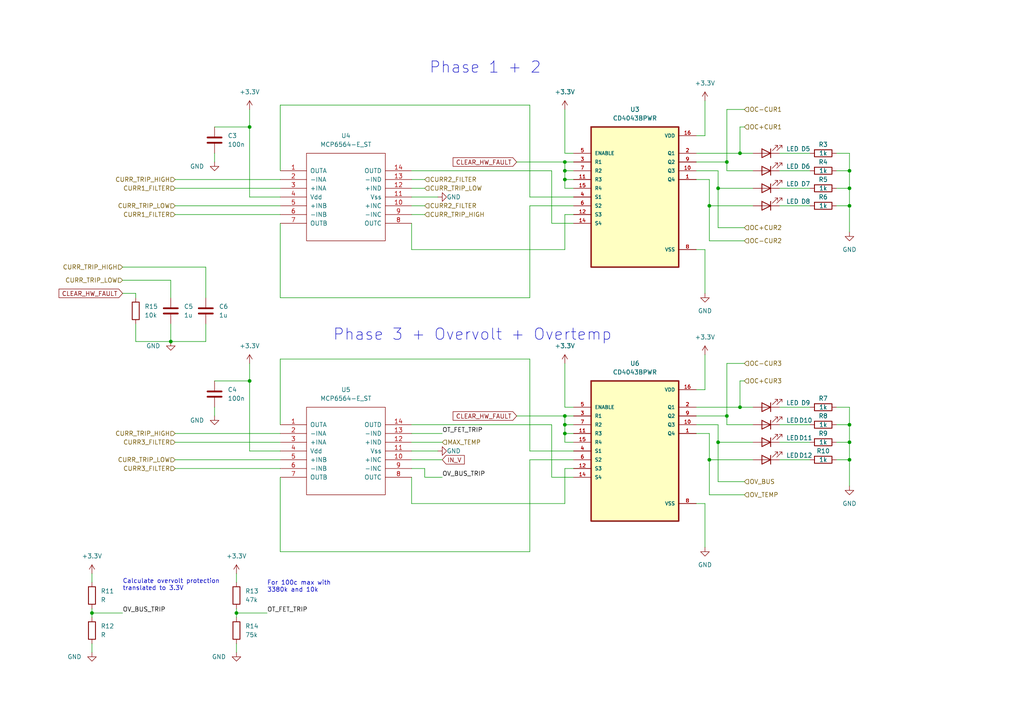
<source format=kicad_sch>
(kicad_sch (version 20230121) (generator eeschema)
  (paper "A4")
  (lib_symbols
    (symbol "Device:C" (pin_numbers hide) (pin_names (offset 0.254))
      (property "Reference" "C" (at 0.635 2.54 0))
      (property "Value" "C" (at 0.635 -2.54 0))
      (symbol "C_0_1"
        (polyline (pts (xy -2.032 -0.762) (xy 2.032 -0.762)) (stroke (width 0.508)))
        (polyline (pts (xy -2.032 0.762) (xy 2.032 0.762)) (stroke (width 0.508)))
      )
      (symbol "C_1_1"
        (pin passive line (at 0 3.81 270) (length 2.794) (name "~") (number "1"))
        (pin passive line (at 0 -3.81 90) (length 2.794) (name "~") (number "2"))
      )
    )
    (symbol "Device:LED" (pin_numbers hide) (pin_names (offset 1.016) hide)
      (property "Reference" "D" (at 0 2.54 0))
      (property "Value" "LED" (at 0 -2.54 0))
      (symbol "LED_0_1"
        (polyline (pts (xy -1.27 -1.27) (xy -1.27 1.27)) (stroke (width 0.254)))
        (polyline (pts (xy -1.27 0) (xy 1.27 0)))
        (polyline (pts (xy 1.27 -1.27) (xy 1.27 1.27) (xy -1.27 0) (xy 1.27 -1.27)) (stroke (width 0.254)))
        (polyline (pts (xy -3.048 -0.762) (xy -4.572 -2.286) (xy -3.81 -2.286) (xy -4.572 -2.286) (xy -4.572 -1.524)))
        (polyline (pts (xy -1.778 -0.762) (xy -3.302 -2.286) (xy -2.54 -2.286) (xy -3.302 -2.286) (xy -3.302 -1.524)))
      )
      (symbol "LED_1_1"
        (pin passive line (at -3.81 0 0) (length 2.54) (name "K") (number "1"))
        (pin passive line (at 3.81 0 180) (length 2.54) (name "A") (number "2"))
      )
    )
    (symbol "Device:R" (pin_numbers hide) (pin_names (offset 0))
      (property "Reference" "R" (at 2.032 0 90))
      (property "Value" "R" (at 0 0 90))
      (symbol "R_0_1"
        (rectangle (start -1.016 -2.54) (end 1.016 2.54) (stroke (width 0.254)))
      )
      (symbol "R_1_1"
        (pin passive line (at 0 3.81 270) (length 1.27) (name "~") (number "1"))
        (pin passive line (at 0 -3.81 90) (length 1.27) (name "~") (number "2"))
      )
    )
    (symbol "GigaVescSymbols:CD4043BPWR" (pin_names (offset 1.016))
      (property "Reference" "U" (at -12.7 21.32 0))
      (property "Value" "CD4043BPWR" (at -12.7 -24.32 0))
      (symbol "CD4043BPWR_0_0"
        (rectangle (start -12.7 -20.32) (end 12.7 20.32) (stroke (width 0.41)) (fill (type background)))
        (pin output line (at 17.78 5.08 180) (length 5.08) (name "Q4") (number "1"))
        (pin output line (at 17.78 7.62 180) (length 5.08) (name "Q3") (number "10"))
        (pin input line (at -17.78 5.08 0) (length 5.08) (name "R3") (number "11"))
        (pin input line (at -17.78 -5.08 0) (length 5.08) (name "S3") (number "12"))
        (pin input line (at -17.78 -7.62 0) (length 5.08) (name "S4") (number "14"))
        (pin input line (at -17.78 2.54 0) (length 5.08) (name "R4") (number "15"))
        (pin power_in line (at 17.78 17.78 180) (length 5.08) (name "VDD") (number "16"))
        (pin output line (at 17.78 12.7 180) (length 5.08) (name "Q1") (number "2"))
        (pin input line (at -17.78 10.16 0) (length 5.08) (name "R1") (number "3"))
        (pin input line (at -17.78 0 0) (length 5.08) (name "S1") (number "4"))
        (pin input line (at -17.78 12.7 0) (length 5.08) (name "ENABLE") (number "5"))
        (pin input line (at -17.78 -2.54 0) (length 5.08) (name "S2") (number "6"))
        (pin input line (at -17.78 7.62 0) (length 5.08) (name "R2") (number "7"))
        (pin power_in line (at 17.78 -15.24 180) (length 5.08) (name "VSS") (number "8"))
        (pin output line (at 17.78 10.16 180) (length 5.08) (name "Q2") (number "9"))
      )
    )
    (symbol "GigaVescSymbols:MCP6564-E_ST" (pin_names (offset 1.016))
      (property "Reference" "U" (at 0 13.97 0))
      (property "Value" "MCP6564-E_ST" (at 0 -13.97 0))
      (symbol "MCP6564-E_ST_1_0"
        (rectangle (start -11.43 -12.7) (end 11.43 12.7))
      )
      (symbol "MCP6564-E_ST_1_1"
        (pin input line (at -19.05 7.62 0) (length 7.62) (name "OUTA") (number "1"))
        (pin input line (at 19.05 -2.54 180) (length 7.62) (name "+INC") (number "10"))
        (pin input line (at 19.05 0 180) (length 7.62) (name "Vss") (number "11"))
        (pin input line (at 19.05 2.54 180) (length 7.62) (name "+IND") (number "12"))
        (pin input line (at 19.05 5.08 180) (length 7.62) (name "-IND") (number "13"))
        (pin input line (at 19.05 7.62 180) (length 7.62) (name "OUTD") (number "14"))
        (pin input line (at -19.05 5.08 0) (length 7.62) (name "-INA") (number "2"))
        (pin input line (at -19.05 2.54 0) (length 7.62) (name "+INA") (number "3"))
        (pin input line (at -19.05 0 0) (length 7.62) (name "Vdd") (number "4"))
        (pin input line (at -19.05 -2.54 0) (length 7.62) (name "+INB") (number "5"))
        (pin input line (at -19.05 -5.08 0) (length 7.62) (name "-INB") (number "6"))
        (pin input line (at -19.05 -7.62 0) (length 7.62) (name "OUTB") (number "7"))
        (pin input line (at 19.05 -7.62 180) (length 7.62) (name "OUTC") (number "8"))
        (pin input line (at 19.05 -5.08 180) (length 7.62) (name "-INC") (number "9"))
      )
    )
    (symbol "power:+3.3V" (power) (pin_names (offset 0))
      (property "Value" "+3.3V" (at 0 3.556 0))
      (symbol "+3.3V_0_1"
        (polyline (pts (xy -0.762 1.27) (xy 0 2.54)))
        (polyline (pts (xy 0 0) (xy 0 2.54)))
        (polyline (pts (xy 0 2.54) (xy 0.762 1.27)))
      )
      (symbol "+3.3V_1_1"
        (pin power_in line (at 0 0 90) (length 0) hide (name "+3.3V") (number "1"))
      )
    )
    (symbol "power:GND" (power) (pin_names (offset 0))
      (property "Value" "GND" (at 0 -3.81 0))
      (symbol "GND_0_1"
        (polyline (pts (xy 0 0) (xy 0 -1.27) (xy 1.27 -1.27) (xy 0 -2.54) (xy -1.27 -1.27) (xy 0 -1.27)))
      )
      (symbol "GND_1_1"
        (pin power_in line (at 0 0 270) (length 0) hide (name "GND") (number "1"))
      )
    )
  )
  (junction (at 246.38 59.69))
  (junction (at 163.83 49.53))
  (junction (at 214.63 118.11))
  (junction (at 214.63 44.45))
  (junction (at 246.38 128.27))
  (junction (at 163.83 52.07))
  (junction (at 163.83 46.99))
  (junction (at 246.38 123.19))
  (junction (at 72.39 110.49))
  (junction (at 205.74 59.69))
  (junction (at 49.53 99.06))
  (junction (at 163.83 120.65))
  (junction (at 72.39 36.83))
  (junction (at 163.83 125.73))
  (junction (at 163.83 123.19))
  (junction (at 68.58 177.8))
  (junction (at 210.82 46.99))
  (junction (at 208.28 128.27))
  (junction (at 208.28 54.61))
  (junction (at 210.82 120.65))
  (junction (at 26.67 177.8))
  (junction (at 246.38 54.61))
  (junction (at 246.38 133.35))
  (junction (at 246.38 49.53))
  (junction (at 205.74 133.35))
  (wire (pts (xy 153.67 104.14) (xy 153.67 130.81)))
  (wire (pts (xy 163.83 52.07) (xy 166.37 52.07)))
  (wire (pts (xy 205.74 133.35) (xy 218.44 133.35)))
  (wire (pts (xy 215.9 31.75) (xy 210.82 31.75)))
  (wire (pts (xy 50.8 54.61) (xy 81.28 54.61)))
  (wire (pts (xy 68.58 166.37) (xy 68.58 168.91)))
  (wire (pts (xy 81.28 123.19) (xy 81.28 104.14)))
  (wire (pts (xy 119.38 130.81) (xy 127 130.81)))
  (wire (pts (xy 205.74 69.85) (xy 205.74 59.69)))
  (wire (pts (xy 208.28 66.04) (xy 208.28 54.61)))
  (wire (pts (xy 226.06 49.53) (xy 234.95 49.53)))
  (wire (pts (xy 72.39 36.83) (xy 72.39 57.15)))
  (wire (pts (xy 215.9 143.51) (xy 205.74 143.51)))
  (wire (pts (xy 50.8 133.35) (xy 81.28 133.35)))
  (wire (pts (xy 119.38 125.73) (xy 128.27 125.73)))
  (wire (pts (xy 81.28 30.48) (xy 153.67 30.48)))
  (wire (pts (xy 153.67 133.35) (xy 166.37 133.35)))
  (wire (pts (xy 163.83 118.11) (xy 163.83 105.41)))
  (wire (pts (xy 68.58 177.8) (xy 77.47 177.8)))
  (wire (pts (xy 214.63 110.49) (xy 214.63 118.11)))
  (wire (pts (xy 163.83 62.23) (xy 166.37 62.23)))
  (wire (pts (xy 226.06 123.19) (xy 234.95 123.19)))
  (wire (pts (xy 123.19 138.43) (xy 123.19 135.89)))
  (wire (pts (xy 119.38 64.77) (xy 119.38 72.39)))
  (wire (pts (xy 81.28 64.77) (xy 81.28 86.36)))
  (wire (pts (xy 163.83 44.45) (xy 163.83 31.75)))
  (wire (pts (xy 201.93 125.73) (xy 205.74 125.73)))
  (wire (pts (xy 201.93 123.19) (xy 208.28 123.19)))
  (wire (pts (xy 226.06 59.69) (xy 234.95 59.69)))
  (wire (pts (xy 153.67 59.69) (xy 166.37 59.69)))
  (wire (pts (xy 163.83 146.05) (xy 163.83 135.89)))
  (wire (pts (xy 119.38 123.19) (xy 160.02 123.19)))
  (wire (pts (xy 160.02 138.43) (xy 166.37 138.43)))
  (wire (pts (xy 59.69 99.06) (xy 49.53 99.06)))
  (wire (pts (xy 166.37 118.11) (xy 163.83 118.11)))
  (wire (pts (xy 50.8 125.73) (xy 81.28 125.73)))
  (wire (pts (xy 149.86 46.99) (xy 163.83 46.99)))
  (wire (pts (xy 50.8 59.69) (xy 81.28 59.69)))
  (wire (pts (xy 210.82 120.65) (xy 210.82 123.19)))
  (wire (pts (xy 204.47 146.05) (xy 201.93 146.05)))
  (wire (pts (xy 119.38 146.05) (xy 163.83 146.05)))
  (wire (pts (xy 72.39 31.75) (xy 72.39 36.83)))
  (wire (pts (xy 210.82 46.99) (xy 210.82 49.53)))
  (wire (pts (xy 204.47 85.09) (xy 204.47 72.39)))
  (wire (pts (xy 119.38 128.27) (xy 128.27 128.27)))
  (wire (pts (xy 163.83 125.73) (xy 166.37 125.73)))
  (wire (pts (xy 201.93 49.53) (xy 208.28 49.53)))
  (wire (pts (xy 205.74 52.07) (xy 205.74 59.69)))
  (wire (pts (xy 166.37 54.61) (xy 163.83 54.61)))
  (wire (pts (xy 149.86 120.65) (xy 163.83 120.65)))
  (wire (pts (xy 163.83 125.73) (xy 163.83 123.19)))
  (wire (pts (xy 26.67 177.8) (xy 26.67 179.07)))
  (wire (pts (xy 119.38 59.69) (xy 123.19 59.69)))
  (wire (pts (xy 242.57 49.53) (xy 246.38 49.53)))
  (wire (pts (xy 210.82 123.19) (xy 218.44 123.19)))
  (wire (pts (xy 201.93 46.99) (xy 210.82 46.99)))
  (wire (pts (xy 208.28 128.27) (xy 218.44 128.27)))
  (wire (pts (xy 204.47 158.75) (xy 204.47 146.05)))
  (wire (pts (xy 50.8 128.27) (xy 81.28 128.27)))
  (wire (pts (xy 205.74 59.69) (xy 218.44 59.69)))
  (wire (pts (xy 39.37 86.36) (xy 39.37 85.09)))
  (wire (pts (xy 39.37 93.98) (xy 39.37 99.06)))
  (wire (pts (xy 210.82 31.75) (xy 210.82 46.99)))
  (wire (pts (xy 208.28 139.7) (xy 208.28 128.27)))
  (wire (pts (xy 153.67 160.02) (xy 153.67 133.35)))
  (wire (pts (xy 201.93 118.11) (xy 214.63 118.11)))
  (wire (pts (xy 215.9 139.7) (xy 208.28 139.7)))
  (wire (pts (xy 50.8 135.89) (xy 81.28 135.89)))
  (wire (pts (xy 50.8 52.07) (xy 81.28 52.07)))
  (wire (pts (xy 62.23 110.49) (xy 72.39 110.49)))
  (wire (pts (xy 26.67 177.8) (xy 35.56 177.8)))
  (wire (pts (xy 201.93 120.65) (xy 210.82 120.65)))
  (wire (pts (xy 163.83 49.53) (xy 163.83 46.99)))
  (wire (pts (xy 246.38 128.27) (xy 246.38 133.35)))
  (wire (pts (xy 81.28 49.53) (xy 81.28 30.48)))
  (wire (pts (xy 204.47 72.39) (xy 201.93 72.39)))
  (wire (pts (xy 59.69 77.47) (xy 59.69 86.36)))
  (wire (pts (xy 68.58 186.69) (xy 68.58 189.23)))
  (wire (pts (xy 246.38 140.97) (xy 246.38 133.35)))
  (wire (pts (xy 81.28 57.15) (xy 72.39 57.15)))
  (wire (pts (xy 81.28 160.02) (xy 153.67 160.02)))
  (wire (pts (xy 246.38 49.53) (xy 246.38 54.61)))
  (wire (pts (xy 205.74 143.51) (xy 205.74 133.35)))
  (wire (pts (xy 242.57 128.27) (xy 246.38 128.27)))
  (wire (pts (xy 163.83 49.53) (xy 166.37 49.53)))
  (wire (pts (xy 39.37 99.06) (xy 49.53 99.06)))
  (wire (pts (xy 119.38 49.53) (xy 160.02 49.53)))
  (wire (pts (xy 210.82 105.41) (xy 210.82 120.65)))
  (wire (pts (xy 26.67 166.37) (xy 26.67 168.91)))
  (wire (pts (xy 62.23 118.11) (xy 62.23 120.65)))
  (wire (pts (xy 50.8 62.23) (xy 81.28 62.23)))
  (wire (pts (xy 166.37 128.27) (xy 163.83 128.27)))
  (wire (pts (xy 119.38 138.43) (xy 119.38 146.05)))
  (wire (pts (xy 246.38 44.45) (xy 246.38 49.53)))
  (wire (pts (xy 119.38 133.35) (xy 128.27 133.35)))
  (wire (pts (xy 160.02 49.53) (xy 160.02 64.77)))
  (wire (pts (xy 49.53 81.28) (xy 49.53 86.36)))
  (wire (pts (xy 119.38 72.39) (xy 163.83 72.39)))
  (wire (pts (xy 153.67 57.15) (xy 166.37 57.15)))
  (wire (pts (xy 153.67 130.81) (xy 166.37 130.81)))
  (wire (pts (xy 68.58 176.53) (xy 68.58 177.8)))
  (wire (pts (xy 215.9 69.85) (xy 205.74 69.85)))
  (wire (pts (xy 214.63 118.11) (xy 218.44 118.11)))
  (wire (pts (xy 201.93 44.45) (xy 214.63 44.45)))
  (wire (pts (xy 215.9 66.04) (xy 208.28 66.04)))
  (wire (pts (xy 39.37 85.09) (xy 35.56 85.09)))
  (wire (pts (xy 72.39 110.49) (xy 72.39 130.81)))
  (wire (pts (xy 119.38 54.61) (xy 123.19 54.61)))
  (wire (pts (xy 226.06 44.45) (xy 234.95 44.45)))
  (wire (pts (xy 214.63 36.83) (xy 214.63 44.45)))
  (wire (pts (xy 26.67 186.69) (xy 26.67 189.23)))
  (wire (pts (xy 59.69 93.98) (xy 59.69 99.06)))
  (wire (pts (xy 163.83 120.65) (xy 166.37 120.65)))
  (wire (pts (xy 215.9 36.83) (xy 214.63 36.83)))
  (wire (pts (xy 81.28 138.43) (xy 81.28 160.02)))
  (wire (pts (xy 226.06 118.11) (xy 234.95 118.11)))
  (wire (pts (xy 208.28 49.53) (xy 208.28 54.61)))
  (wire (pts (xy 68.58 177.8) (xy 68.58 179.07)))
  (wire (pts (xy 215.9 105.41) (xy 210.82 105.41)))
  (wire (pts (xy 163.83 123.19) (xy 163.83 120.65)))
  (wire (pts (xy 214.63 44.45) (xy 218.44 44.45)))
  (wire (pts (xy 163.83 128.27) (xy 163.83 125.73)))
  (wire (pts (xy 208.28 54.61) (xy 218.44 54.61)))
  (wire (pts (xy 226.06 128.27) (xy 234.95 128.27)))
  (wire (pts (xy 160.02 64.77) (xy 166.37 64.77)))
  (wire (pts (xy 242.57 44.45) (xy 246.38 44.45)))
  (wire (pts (xy 35.56 77.47) (xy 59.69 77.47)))
  (wire (pts (xy 160.02 123.19) (xy 160.02 138.43)))
  (wire (pts (xy 49.53 93.98) (xy 49.53 99.06)))
  (wire (pts (xy 242.57 54.61) (xy 246.38 54.61)))
  (wire (pts (xy 205.74 125.73) (xy 205.74 133.35)))
  (wire (pts (xy 163.83 123.19) (xy 166.37 123.19)))
  (wire (pts (xy 215.9 110.49) (xy 214.63 110.49)))
  (wire (pts (xy 163.83 135.89) (xy 166.37 135.89)))
  (wire (pts (xy 246.38 67.31) (xy 246.38 59.69)))
  (wire (pts (xy 81.28 130.81) (xy 72.39 130.81)))
  (wire (pts (xy 246.38 123.19) (xy 246.38 128.27)))
  (wire (pts (xy 242.57 118.11) (xy 246.38 118.11)))
  (wire (pts (xy 81.28 86.36) (xy 153.67 86.36)))
  (wire (pts (xy 246.38 54.61) (xy 246.38 59.69)))
  (wire (pts (xy 204.47 39.37) (xy 204.47 29.21)))
  (wire (pts (xy 128.27 138.43) (xy 123.19 138.43)))
  (wire (pts (xy 119.38 62.23) (xy 123.19 62.23)))
  (wire (pts (xy 153.67 86.36) (xy 153.67 59.69)))
  (wire (pts (xy 72.39 105.41) (xy 72.39 110.49)))
  (wire (pts (xy 246.38 133.35) (xy 242.57 133.35)))
  (wire (pts (xy 201.93 39.37) (xy 204.47 39.37)))
  (wire (pts (xy 119.38 52.07) (xy 123.19 52.07)))
  (wire (pts (xy 163.83 52.07) (xy 163.83 49.53)))
  (wire (pts (xy 62.23 44.45) (xy 62.23 46.99)))
  (wire (pts (xy 201.93 113.03) (xy 204.47 113.03)))
  (wire (pts (xy 208.28 123.19) (xy 208.28 128.27)))
  (wire (pts (xy 163.83 72.39) (xy 163.83 62.23)))
  (wire (pts (xy 210.82 49.53) (xy 218.44 49.53)))
  (wire (pts (xy 81.28 104.14) (xy 153.67 104.14)))
  (wire (pts (xy 119.38 57.15) (xy 127 57.15)))
  (wire (pts (xy 201.93 52.07) (xy 205.74 52.07)))
  (wire (pts (xy 246.38 118.11) (xy 246.38 123.19)))
  (wire (pts (xy 62.23 36.83) (xy 72.39 36.83)))
  (wire (pts (xy 163.83 46.99) (xy 166.37 46.99)))
  (wire (pts (xy 153.67 30.48) (xy 153.67 57.15)))
  (wire (pts (xy 166.37 44.45) (xy 163.83 44.45)))
  (wire (pts (xy 226.06 54.61) (xy 234.95 54.61)))
  (wire (pts (xy 163.83 54.61) (xy 163.83 52.07)))
  (wire (pts (xy 246.38 59.69) (xy 242.57 59.69)))
  (wire (pts (xy 26.67 176.53) (xy 26.67 177.8)))
  (wire (pts (xy 119.38 135.89) (xy 123.19 135.89)))
  (wire (pts (xy 204.47 113.03) (xy 204.47 102.87)))
  (wire (pts (xy 35.56 81.28) (xy 49.53 81.28)))
  (wire (pts (xy 226.06 133.35) (xy 234.95 133.35)))
  (wire (pts (xy 242.57 123.19) (xy 246.38 123.19)))
  (text "For 100c max with \n3380k and 10k\n\n" (at 77.47 173.99 0) (effects (font (size 1.27 1.27)) (justify left bottom)))
  (text "Phase 1 + 2" (at 124.46 21.59 0) (effects (font (size 3.27 3.27)) (justify left bottom)))
  (text "Phase 3 + Overvolt + Overtemp" (at 96.52 99.06 0) (effects (font (size 3.27 3.27)) (justify left bottom)))
  (text "Calculate overvolt protection\ntranslated to 3.3V\n" (at 35.56 171.45 0) (effects (font (size 1.27 1.27)) (justify left bottom)))
  (label "OV_BUS_TRIP" (at 128.27 138.43 0))
  (label "OT_FET_TRIP" (at 77.47 177.8 0))
  (label "OV_BUS_TRIP" (at 35.56 177.8 0))
  (label "OT_FET_TRIP" (at 128.27 125.73 0))
  (global_label "CLEAR_HW_FAULT" (shape input) (at 149.86 46.99 180) (property "Intersheetrefs" "${INTERSHEET_REFS}" (effects hide)))
  (global_label "IN_V" (shape input) (at 128.27 133.35 0) (property "Intersheetrefs" "${INTERSHEET_REFS}" (effects hide)))
  (global_label "CLEAR_HW_FAULT" (shape input) (at 35.56 85.09 180) (property "Intersheetrefs" "${INTERSHEET_REFS}" (effects hide)))
  (global_label "CLEAR_HW_FAULT" (shape input) (at 149.86 120.65 180) (property "Intersheetrefs" "${INTERSHEET_REFS}" (effects hide)))
  (hierarchical_label "CURR_TRIP_LOW" (shape input) (at 50.8 59.69 180))
  (hierarchical_label "OV_BUS" (shape input) (at 215.9 139.7 0))
  (hierarchical_label "CURR1_FILTER" (shape input) (at 50.8 62.23 180))
  (hierarchical_label "CURR_TRIP_HIGH" (shape input) (at 50.8 125.73 180))
  (hierarchical_label "CURR2_FILTER" (shape input) (at 123.19 59.69 0))
  (hierarchical_label "OV_TEMP" (shape input) (at 215.9 143.51 0))
  (hierarchical_label "CURR3_FILTER" (shape input) (at 50.8 135.89 180))
  (hierarchical_label "CURR1_FILTER" (shape input) (at 50.8 54.61 180))
  (hierarchical_label "OC+CUR2" (shape input) (at 215.9 66.04 0))
  (hierarchical_label "OC-CUR2" (shape input) (at 215.9 69.85 0))
  (hierarchical_label "CURR_TRIP_LOW" (shape input) (at 50.8 133.35 180))
  (hierarchical_label "OC+CUR3" (shape input) (at 215.9 110.49 0))
  (hierarchical_label "CURR2_FILTER" (shape input) (at 123.19 52.07 0))
  (hierarchical_label "OC+CUR1" (shape input) (at 215.9 36.83 0))
  (hierarchical_label "CURR_TRIP_LOW" (shape input) (at 123.19 54.61 0))
  (hierarchical_label "CURR_TRIP_HIGH" (shape input) (at 50.8 52.07 180))
  (hierarchical_label "CURR_TRIP_HIGH" (shape input) (at 123.19 62.23 0))
  (hierarchical_label "CURR_TRIP_LOW" (shape input) (at 35.56 81.28 180))
  (hierarchical_label "CURR3_FILTER" (shape input) (at 50.8 128.27 180))
  (hierarchical_label "MAX_TEMP" (shape input) (at 128.27 128.27 0))
  (hierarchical_label "OC-CUR3" (shape input) (at 215.9 105.41 0))
  (hierarchical_label "CURR_TRIP_HIGH" (shape input) (at 35.56 77.47 180))
  (hierarchical_label "OC-CUR1" (shape input) (at 215.9 31.75 0))
  (symbol (lib_id "Device:LED") (at 222.25 44.45 180) (unit 1)
    (property "Reference" "D5" (at 233.68 43.18 0))
    (property "Value" "LED" (at 229.87 43.18 0))
  )
  (symbol (lib_id "Device:R") (at 26.67 182.88 0) (unit 1)
    (property "Reference" "R12" (at 29.21 181.61 0) (effects (justify left)))
    (property "Value" "R" (at 29.21 184.15 0) (effects (justify left)))
  )
  (symbol (lib_id "power:GND") (at 68.58 189.23 0) (unit 1)
    (property "Reference" "#PWR022" (effects hide))
    (property "Value" "GND" (at 63.5 190.5 0))
  )
  (symbol (lib_id "Device:R") (at 238.76 44.45 90) (unit 1)
    (property "Reference" "R3" (at 238.76 41.91 90))
    (property "Value" "1k" (at 238.76 44.45 90))
  )
  (symbol (lib_id "power:+3.3V") (at 204.47 102.87 0) (unit 1)
    (property "Reference" "#PWR016" (effects hide))
    (property "Value" "+3.3V" (at 204.47 97.79 0))
  )
  (symbol (lib_id "power:GND") (at 127 130.81 90) (unit 1)
    (property "Reference" "#PWR014" (effects hide))
    (property "Value" "GND" (at 129.54 130.81 90) (effects (justify right)))
  )
  (symbol (lib_id "Device:R") (at 238.76 54.61 90) (unit 1)
    (property "Reference" "R5" (at 238.76 52.07 90))
    (property "Value" "1k" (at 238.76 54.61 90))
  )
  (symbol (lib_id "power:GND") (at 62.23 46.99 0) (unit 1)
    (property "Reference" "#PWR07" (effects hide))
    (property "Value" "GND" (at 57.15 48.26 0))
  )
  (symbol (lib_id "Device:C") (at 62.23 40.64 0) (unit 1)
    (property "Reference" "C3" (at 66.04 39.37 0) (effects (justify left)))
    (property "Value" "100n" (at 66.04 41.91 0) (effects (justify left)))
  )
  (symbol (lib_id "GigaVescSymbols:MCP6564-E_ST") (at 100.33 130.81 0) (unit 1)
    (property "Reference" "U5" (at 100.33 113.03 0))
    (property "Value" "MCP6564-E_ST" (at 100.33 115.57 0))
    (property "Footprint" "MODULE" (effects hide))
    (property "Datasheet" "DOCUMENTATION" (effects hide))
  )
  (symbol (lib_id "GigaVescSymbols:CD4043BPWR") (at 184.15 57.15 0) (unit 1)
    (property "Reference" "U3" (at 184.15 31.75 0))
    (property "Value" "CD4043BPWR" (at 184.15 34.29 0))
    (property "Footprint" "SOP65P640X120-16N" (effects hide))
  )
  (symbol (lib_id "power:+3.3V") (at 68.58 166.37 0) (unit 1)
    (property "Reference" "#PWR021" (effects hide))
    (property "Value" "+3.3V" (at 68.58 161.29 0))
  )
  (symbol (lib_id "Device:LED") (at 222.25 118.11 180) (unit 1)
    (property "Reference" "D9" (at 233.68 116.84 0))
    (property "Value" "LED" (at 229.87 116.84 0))
  )
  (symbol (lib_id "power:GND") (at 127 57.15 90) (unit 1)
    (property "Reference" "#PWR05" (effects hide))
    (property "Value" "GND" (at 129.54 57.15 90) (effects (justify right)))
  )
  (symbol (lib_id "Device:LED") (at 222.25 123.19 180) (unit 1)
    (property "Reference" "D10" (at 233.68 121.92 0))
    (property "Value" "LED" (at 229.87 121.92 0))
  )
  (symbol (lib_id "power:+3.3V") (at 163.83 31.75 0) (unit 1)
    (property "Reference" "#PWR010" (effects hide))
    (property "Value" "+3.3V" (at 163.83 26.67 0))
  )
  (symbol (lib_id "Device:R") (at 26.67 172.72 0) (unit 1)
    (property "Reference" "R11" (at 29.21 171.45 0) (effects (justify left)))
    (property "Value" "R" (at 29.21 173.99 0) (effects (justify left)))
  )
  (symbol (lib_id "Device:LED") (at 222.25 49.53 180) (unit 1)
    (property "Reference" "D6" (at 233.68 48.26 0))
    (property "Value" "LED" (at 229.87 48.26 0))
  )
  (symbol (lib_id "power:+3.3V") (at 204.47 29.21 0) (unit 1)
    (property "Reference" "#PWR08" (effects hide))
    (property "Value" "+3.3V" (at 204.47 24.13 0))
  )
  (symbol (lib_id "power:GND") (at 204.47 158.75 0) (unit 1)
    (property "Reference" "#PWR017" (effects hide))
    (property "Value" "GND" (at 204.47 163.83 0))
  )
  (symbol (lib_id "Device:R") (at 238.76 49.53 90) (unit 1)
    (property "Reference" "R4" (at 238.76 46.99 90))
    (property "Value" "1k" (at 238.76 49.53 90))
  )
  (symbol (lib_id "Device:R") (at 39.37 90.17 0) (unit 1)
    (property "Reference" "R15" (at 41.91 88.9 0) (effects (justify left)))
    (property "Value" "10k" (at 41.91 91.44 0) (effects (justify left)))
  )
  (symbol (lib_id "power:GND") (at 246.38 67.31 0) (unit 1)
    (property "Reference" "#PWR011" (effects hide))
    (property "Value" "GND" (at 246.38 72.39 0))
  )
  (symbol (lib_id "power:+3.3V") (at 163.83 105.41 0) (unit 1)
    (property "Reference" "#PWR015" (effects hide))
    (property "Value" "+3.3V" (at 163.83 100.33 0))
  )
  (symbol (lib_id "power:GND") (at 49.53 99.06 0) (unit 1)
    (property "Reference" "#PWR023" (effects hide))
    (property "Value" "GND" (at 44.45 100.33 0))
  )
  (symbol (lib_id "power:+3.3V") (at 26.67 166.37 0) (unit 1)
    (property "Reference" "#PWR019" (effects hide))
    (property "Value" "+3.3V" (at 26.67 161.29 0))
  )
  (symbol (lib_id "power:GND") (at 26.67 189.23 0) (unit 1)
    (property "Reference" "#PWR020" (effects hide))
    (property "Value" "GND" (at 21.59 190.5 0))
  )
  (symbol (lib_id "power:GND") (at 204.47 85.09 0) (unit 1)
    (property "Reference" "#PWR09" (effects hide))
    (property "Value" "GND" (at 204.47 90.17 0))
  )
  (symbol (lib_id "Device:R") (at 238.76 123.19 90) (unit 1)
    (property "Reference" "R8" (at 238.76 120.65 90))
    (property "Value" "1k" (at 238.76 123.19 90))
  )
  (symbol (lib_id "GigaVescSymbols:MCP6564-E_ST") (at 100.33 57.15 0) (unit 1)
    (property "Reference" "U4" (at 100.33 39.37 0))
    (property "Value" "MCP6564-E_ST" (at 100.33 41.91 0))
    (property "Footprint" "MODULE" (effects hide))
    (property "Datasheet" "DOCUMENTATION" (effects hide))
  )
  (symbol (lib_id "power:GND") (at 62.23 120.65 0) (unit 1)
    (property "Reference" "#PWR012" (effects hide))
    (property "Value" "GND" (at 57.15 121.92 0))
  )
  (symbol (lib_id "Device:R") (at 238.76 118.11 90) (unit 1)
    (property "Reference" "R7" (at 238.76 115.57 90))
    (property "Value" "1k" (at 238.76 118.11 90))
  )
  (symbol (lib_id "Device:C") (at 49.53 90.17 0) (unit 1)
    (property "Reference" "C5" (at 53.34 88.9 0) (effects (justify left)))
    (property "Value" "1u" (at 53.34 91.44 0) (effects (justify left)))
  )
  (symbol (lib_id "Device:C") (at 59.69 90.17 0) (unit 1)
    (property "Reference" "C6" (at 63.5 88.9 0) (effects (justify left)))
    (property "Value" "1u" (at 63.5 91.44 0) (effects (justify left)))
  )
  (symbol (lib_id "Device:LED") (at 222.25 133.35 180) (unit 1)
    (property "Reference" "D12" (at 233.68 132.08 0))
    (property "Value" "LED" (at 229.87 132.08 0))
  )
  (symbol (lib_id "Device:C") (at 62.23 114.3 0) (unit 1)
    (property "Reference" "C4" (at 66.04 113.03 0) (effects (justify left)))
    (property "Value" "100n" (at 66.04 115.57 0) (effects (justify left)))
  )
  (symbol (lib_id "Device:LED") (at 222.25 54.61 180) (unit 1)
    (property "Reference" "D7" (at 233.68 53.34 0))
    (property "Value" "LED" (at 229.87 53.34 0))
  )
  (symbol (lib_id "Device:LED") (at 222.25 59.69 180) (unit 1)
    (property "Reference" "D8" (at 233.68 58.42 0))
    (property "Value" "LED" (at 229.87 58.42 0))
  )
  (symbol (lib_id "Device:R") (at 68.58 182.88 0) (unit 1)
    (property "Reference" "R14" (at 71.12 181.61 0) (effects (justify left)))
    (property "Value" "75k" (at 71.12 184.15 0) (effects (justify left)))
  )
  (symbol (lib_id "GigaVescSymbols:CD4043BPWR") (at 184.15 130.81 0) (unit 1)
    (property "Reference" "U6" (at 184.15 105.41 0))
    (property "Value" "CD4043BPWR" (at 184.15 107.95 0))
    (property "Footprint" "SOP65P640X120-16N" (effects hide))
  )
  (symbol (lib_id "Device:R") (at 238.76 128.27 90) (unit 1)
    (property "Reference" "R9" (at 238.76 125.73 90))
    (property "Value" "1k" (at 238.76 128.27 90))
  )
  (symbol (lib_id "power:GND") (at 246.38 140.97 0) (unit 1)
    (property "Reference" "#PWR018" (effects hide))
    (property "Value" "GND" (at 246.38 146.05 0))
  )
  (symbol (lib_id "Device:R") (at 238.76 133.35 90) (unit 1)
    (property "Reference" "R10" (at 238.76 130.81 90))
    (property "Value" "1k" (at 238.76 133.35 90))
  )
  (symbol (lib_id "Device:LED") (at 222.25 128.27 180) (unit 1)
    (property "Reference" "D11" (at 233.68 127 0))
    (property "Value" "LED" (at 229.87 127 0))
  )
  (symbol (lib_id "power:+3.3V") (at 72.39 105.41 0) (unit 1)
    (property "Reference" "#PWR013" (effects hide))
    (property "Value" "+3.3V" (at 72.39 100.33 0))
  )
  (symbol (lib_id "Device:R") (at 68.58 172.72 0) (unit 1)
    (property "Reference" "R13" (at 71.12 171.45 0) (effects (justify left)))
    (property "Value" "47k" (at 71.12 173.99 0) (effects (justify left)))
  )
  (symbol (lib_id "Device:R") (at 238.76 59.69 90) (unit 1)
    (property "Reference" "R6" (at 238.76 57.15 90))
    (property "Value" "1k" (at 238.76 59.69 90))
  )
  (symbol (lib_id "power:+3.3V") (at 72.39 31.75 0) (unit 1)
    (property "Reference" "#PWR06" (effects hide))
    (property "Value" "+3.3V" (at 72.39 26.67 0))
  )
)
</source>
